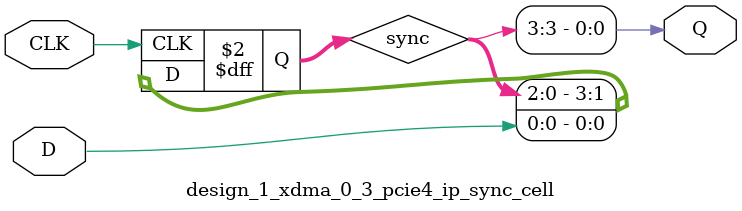
<source format=v>

`timescale 1ps / 1ps

(* DowngradeIPIdentifiedWarnings = "yes" *)
module design_1_xdma_0_3_pcie4_ip_sync_cell #
(
    parameter integer STAGE = 3
)
(
    //-------------------------------------------------------------------------- 
    //  Input Ports
    //-------------------------------------------------------------------------- 
    input                               CLK,
    input                               D,
    
    //-------------------------------------------------------------------------- 
    //  Output Ports
    //-------------------------------------------------------------------------- 
    output                              Q
);
    //-------------------------------------------------------------------------- 
    //  Synchronized Signals
    //--------------------------------------------------------------------------  
    (* ASYNC_REG = "TRUE", SHIFT_EXTRACT = "NO" *) reg [STAGE:0] sync;                                                            



//--------------------------------------------------------------------------------------------------
//  Synchronizier
//--------------------------------------------------------------------------------------------------
always @ (posedge CLK)
begin

    sync <= {sync[(STAGE-1):0], D};
            
end   



//--------------------------------------------------------------------------------------------------
//  Generate Output
//--------------------------------------------------------------------------------------------------
assign Q = sync[STAGE];



endmodule

</source>
